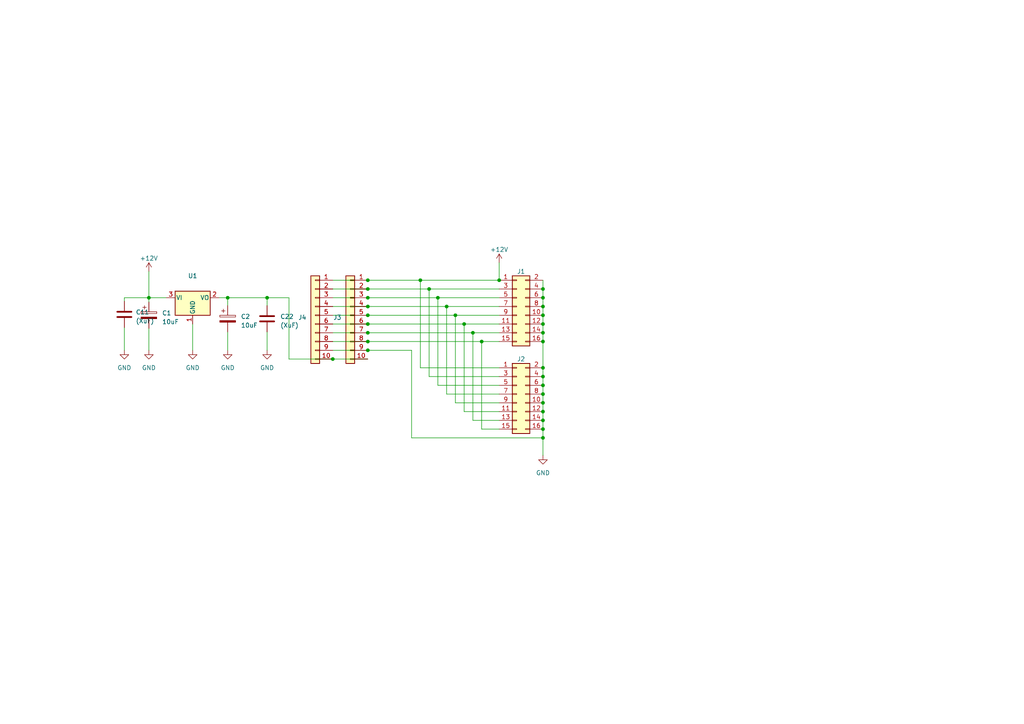
<source format=kicad_sch>
(kicad_sch (version 20220126) (generator eeschema)
  (paper "A4")
  (title_block (title "freeDSP aurora expansion port extender") (date "2021-04-07") (rev "1.0") (company "Carsten Witt (cw)") (comment 3 "freeDSP aurora expansion port extender (X102)"))
  (lib_symbols
    (symbol "Connector_Generic:Conn_01x10" (pin_names (offset 1.016) hide)
      (property "Reference" "J" (at 0 12.7 0))
      (property "Value" "Conn_01x10" (at 0 -15.24 0))
      (symbol "Conn_01x10_1_1"
        (rectangle (start -1.27 -12.573) (end 0 -12.827) (stroke (width 0.1524)))
        (rectangle (start -1.27 -10.033) (end 0 -10.287) (stroke (width 0.1524)))
        (rectangle (start -1.27 -7.493) (end 0 -7.747) (stroke (width 0.1524)))
        (rectangle (start -1.27 -4.953) (end 0 -5.207) (stroke (width 0.1524)))
        (rectangle (start -1.27 -2.413) (end 0 -2.667) (stroke (width 0.1524)))
        (rectangle (start -1.27 0.127) (end 0 -0.127) (stroke (width 0.1524)))
        (rectangle (start -1.27 2.667) (end 0 2.413) (stroke (width 0.1524)))
        (rectangle (start -1.27 5.207) (end 0 4.953) (stroke (width 0.1524)))
        (rectangle (start -1.27 7.747) (end 0 7.493) (stroke (width 0.1524)))
        (rectangle (start -1.27 10.287) (end 0 10.033) (stroke (width 0.1524)))
        (rectangle (start -1.27 11.43) (end 1.27 -13.97) (stroke (width 0.254)) (fill (type background)))
        (pin passive line (at -5.08 10.16 0) (length 3.81) (name "Pin_1") (number "1"))
        (pin passive line (at -5.08 -12.7 0) (length 3.81) (name "Pin_10") (number "10"))
        (pin passive line (at -5.08 7.62 0) (length 3.81) (name "Pin_2") (number "2"))
        (pin passive line (at -5.08 5.08 0) (length 3.81) (name "Pin_3") (number "3"))
        (pin passive line (at -5.08 2.54 0) (length 3.81) (name "Pin_4") (number "4"))
        (pin passive line (at -5.08 0 0) (length 3.81) (name "Pin_5") (number "5"))
        (pin passive line (at -5.08 -2.54 0) (length 3.81) (name "Pin_6") (number "6"))
        (pin passive line (at -5.08 -5.08 0) (length 3.81) (name "Pin_7") (number "7"))
        (pin passive line (at -5.08 -7.62 0) (length 3.81) (name "Pin_8") (number "8"))
        (pin passive line (at -5.08 -10.16 0) (length 3.81) (name "Pin_9") (number "9"))
      )
    )
    (symbol "Connector_Generic:Conn_02x08_Odd_Even" (pin_names (offset 1.016) hide)
      (property "Reference" "J" (at 1.27 10.16 0))
      (property "Value" "Conn_02x08_Odd_Even" (at 1.27 -12.7 0))
      (symbol "Conn_02x08_Odd_Even_1_1"
        (rectangle (start -1.27 -10.033) (end 0 -10.287) (stroke (width 0.1524)))
        (rectangle (start -1.27 -7.493) (end 0 -7.747) (stroke (width 0.1524)))
        (rectangle (start -1.27 -4.953) (end 0 -5.207) (stroke (width 0.1524)))
        (rectangle (start -1.27 -2.413) (end 0 -2.667) (stroke (width 0.1524)))
        (rectangle (start -1.27 0.127) (end 0 -0.127) (stroke (width 0.1524)))
        (rectangle (start -1.27 2.667) (end 0 2.413) (stroke (width 0.1524)))
        (rectangle (start -1.27 5.207) (end 0 4.953) (stroke (width 0.1524)))
        (rectangle (start -1.27 7.747) (end 0 7.493) (stroke (width 0.1524)))
        (rectangle (start -1.27 8.89) (end 3.81 -11.43) (stroke (width 0.254)) (fill (type background)))
        (rectangle (start 3.81 -10.033) (end 2.54 -10.287) (stroke (width 0.1524)))
        (rectangle (start 3.81 -7.493) (end 2.54 -7.747) (stroke (width 0.1524)))
        (rectangle (start 3.81 -4.953) (end 2.54 -5.207) (stroke (width 0.1524)))
        (rectangle (start 3.81 -2.413) (end 2.54 -2.667) (stroke (width 0.1524)))
        (rectangle (start 3.81 0.127) (end 2.54 -0.127) (stroke (width 0.1524)))
        (rectangle (start 3.81 2.667) (end 2.54 2.413) (stroke (width 0.1524)))
        (rectangle (start 3.81 5.207) (end 2.54 4.953) (stroke (width 0.1524)))
        (rectangle (start 3.81 7.747) (end 2.54 7.493) (stroke (width 0.1524)))
        (pin passive line (at -5.08 7.62 0) (length 3.81) (name "Pin_1") (number "1"))
        (pin passive line (at 7.62 -2.54 180) (length 3.81) (name "Pin_10") (number "10"))
        (pin passive line (at -5.08 -5.08 0) (length 3.81) (name "Pin_11") (number "11"))
        (pin passive line (at 7.62 -5.08 180) (length 3.81) (name "Pin_12") (number "12"))
        (pin passive line (at -5.08 -7.62 0) (length 3.81) (name "Pin_13") (number "13"))
        (pin passive line (at 7.62 -7.62 180) (length 3.81) (name "Pin_14") (number "14"))
        (pin passive line (at -5.08 -10.16 0) (length 3.81) (name "Pin_15") (number "15"))
        (pin passive line (at 7.62 -10.16 180) (length 3.81) (name "Pin_16") (number "16"))
        (pin passive line (at 7.62 7.62 180) (length 3.81) (name "Pin_2") (number "2"))
        (pin passive line (at -5.08 5.08 0) (length 3.81) (name "Pin_3") (number "3"))
        (pin passive line (at 7.62 5.08 180) (length 3.81) (name "Pin_4") (number "4"))
        (pin passive line (at -5.08 2.54 0) (length 3.81) (name "Pin_5") (number "5"))
        (pin passive line (at 7.62 2.54 180) (length 3.81) (name "Pin_6") (number "6"))
        (pin passive line (at -5.08 0 0) (length 3.81) (name "Pin_7") (number "7"))
        (pin passive line (at 7.62 0 180) (length 3.81) (name "Pin_8") (number "8"))
        (pin passive line (at -5.08 -2.54 0) (length 3.81) (name "Pin_9") (number "9"))
      )
    )
    (symbol "Device:C" (pin_numbers hide) (pin_names (offset 0.254))
      (property "Reference" "C" (at 0.635 2.54 0))
      (property "Value" "C" (at 0.635 -2.54 0))
      (symbol "C_0_1"
        (polyline (pts (xy -2.032 -0.762) (xy 2.032 -0.762)) (stroke (width 0.508)))
        (polyline (pts (xy -2.032 0.762) (xy 2.032 0.762)) (stroke (width 0.508)))
      )
      (symbol "C_1_1"
        (pin passive line (at 0 3.81 270) (length 2.794) (name "~") (number "1"))
        (pin passive line (at 0 -3.81 90) (length 2.794) (name "~") (number "2"))
      )
    )
    (symbol "Device:C_Polarized" (pin_numbers hide) (pin_names (offset 0.254))
      (property "Reference" "C" (at 0.635 2.54 0))
      (property "Value" "C_Polarized" (at 0.635 -2.54 0))
      (symbol "C_Polarized_0_1"
        (rectangle (start -2.286 0.508) (end 2.286 1.016))
        (polyline (pts (xy -1.778 2.286) (xy -0.762 2.286)))
        (polyline (pts (xy -1.27 2.794) (xy -1.27 1.778)))
        (rectangle (start 2.286 -0.508) (end -2.286 -1.016) (fill (type outline)))
      )
      (symbol "C_Polarized_1_1"
        (pin passive line (at 0 3.81 270) (length 2.794) (name "~") (number "1"))
        (pin passive line (at 0 -3.81 90) (length 2.794) (name "~") (number "2"))
      )
    )
    (symbol "Regulator_Linear:NCP1117-3.3_SOT223" (pin_names (offset 0.254))
      (property "Reference" "U" (at -3.81 3.175 0))
      (property "Value" "NCP1117-3.3_SOT223" (at 0 3.175 0))
      (symbol "NCP1117-3.3_SOT223_0_1"
        (rectangle (start -5.08 -5.08) (end 5.08 1.905) (stroke (width 0.254)) (fill (type background)))
      )
      (symbol "NCP1117-3.3_SOT223_1_1"
        (pin power_in line (at 0 -7.62 90) (length 2.54) (name "GND") (number "1"))
        (pin power_out line (at 7.62 0 180) (length 2.54) (name "VO") (number "2"))
        (pin power_in line (at -7.62 0 0) (length 2.54) (name "VI") (number "3"))
      )
    )
    (symbol "power:+12V" (power) (pin_names (offset 0))
      (property "Value" "+12V" (at 0 3.556 0))
      (symbol "+12V_0_1"
        (polyline (pts (xy -0.762 1.27) (xy 0 2.54)))
        (polyline (pts (xy 0 0) (xy 0 2.54)))
        (polyline (pts (xy 0 2.54) (xy 0.762 1.27)))
      )
      (symbol "+12V_1_1"
        (pin power_in line (at 0 0 90) (length 0) hide (name "+12V") (number "1"))
      )
    )
    (symbol "power:GND" (power) (pin_names (offset 0))
      (property "Value" "GND" (at 0 -3.81 0))
      (symbol "GND_0_1"
        (polyline (pts (xy 0 0) (xy 0 -1.27) (xy 1.27 -1.27) (xy 0 -2.54) (xy -1.27 -1.27) (xy 0 -1.27)))
      )
      (symbol "GND_1_1"
        (pin power_in line (at 0 0 270) (length 0) hide (name "GND") (number "1"))
      )
    )
  )
  (junction (at 127 86.36) (diameter 0.9144))
  (junction (at 157.48 124.46) (diameter 0.9144))
  (junction (at 157.48 116.84) (diameter 0.9144))
  (junction (at 96.52 104.14) (diameter 0.9144))
  (junction (at 124.46 83.82) (diameter 0.9144))
  (junction (at 106.68 91.44) (diameter 0.9144))
  (junction (at 157.48 111.76) (diameter 0.9144))
  (junction (at 157.48 83.82) (diameter 0.9144))
  (junction (at 106.68 101.6) (diameter 0.9144))
  (junction (at 157.48 127) (diameter 0.9144))
  (junction (at 132.08 91.44) (diameter 0.9144))
  (junction (at 106.68 96.52) (diameter 0.9144))
  (junction (at 157.48 99.06) (diameter 0.9144))
  (junction (at 106.68 83.82) (diameter 0.9144))
  (junction (at 157.48 96.52) (diameter 0.9144))
  (junction (at 106.68 81.28) (diameter 0.9144))
  (junction (at 157.48 91.44) (diameter 0.9144))
  (junction (at 157.48 86.36) (diameter 0.9144))
  (junction (at 43.18 86.36) (diameter 0.9144))
  (junction (at 157.48 121.92) (diameter 0.9144))
  (junction (at 106.68 99.06) (diameter 0.9144))
  (junction (at 106.68 93.98) (diameter 0.9144))
  (junction (at 157.48 106.68) (diameter 0.9144))
  (junction (at 144.78 81.28) (diameter 0.9144))
  (junction (at 129.54 88.9) (diameter 0.9144))
  (junction (at 106.68 86.36) (diameter 0.9144))
  (junction (at 157.48 93.98) (diameter 0.9144))
  (junction (at 139.7 99.06) (diameter 0.9144))
  (junction (at 157.48 109.22) (diameter 0.9144))
  (junction (at 106.68 88.9) (diameter 0.9144))
  (junction (at 77.47 86.36) (diameter 0.9144))
  (junction (at 121.92 81.28) (diameter 0.9144))
  (junction (at 134.62 93.98) (diameter 0.9144))
  (junction (at 157.48 119.38) (diameter 0.9144))
  (junction (at 157.48 114.3) (diameter 0.9144))
  (junction (at 66.04 86.36) (diameter 0.9144))
  (junction (at 137.16 96.52) (diameter 0.9144))
  (junction (at 157.48 88.9) (diameter 0.9144))
  (wire (pts (xy 36.068 94.996) (xy 36.068 101.6)))
  (wire (pts (xy 96.52 104.14) (xy 106.68 104.14)))
  (wire (pts (xy 157.48 111.76) (xy 157.48 114.3)))
  (wire (pts (xy 157.48 99.06) (xy 157.48 106.68)))
  (wire (pts (xy 157.48 83.82) (xy 157.48 86.36)))
  (wire (pts (xy 66.04 96.266) (xy 66.04 101.6)))
  (wire (pts (xy 106.68 86.36) (xy 127 86.36)))
  (wire (pts (xy 132.08 91.44) (xy 144.78 91.44)))
  (wire (pts (xy 132.08 116.84) (xy 132.08 91.44)))
  (wire (pts (xy 144.78 116.84) (xy 132.08 116.84)))
  (wire (pts (xy 66.04 86.36) (xy 66.04 88.646)))
  (wire (pts (xy 96.52 99.06) (xy 106.68 99.06)))
  (wire (pts (xy 63.5 86.36) (xy 66.04 86.36)))
  (wire (pts (xy 66.04 86.36) (xy 77.47 86.36)))
  (wire (pts (xy 77.47 86.36) (xy 83.82 86.36)))
  (wire (pts (xy 83.82 86.36) (xy 83.82 104.14)))
  (wire (pts (xy 83.82 104.14) (xy 96.52 104.14)))
  (wire (pts (xy 157.48 91.44) (xy 157.48 93.98)))
  (wire (pts (xy 127 86.36) (xy 144.78 86.36)))
  (wire (pts (xy 127 111.76) (xy 127 86.36)))
  (wire (pts (xy 144.78 111.76) (xy 127 111.76)))
  (wire (pts (xy 43.18 95.25) (xy 43.18 101.6)))
  (wire (pts (xy 124.46 83.82) (xy 144.78 83.82)))
  (wire (pts (xy 124.46 109.22) (xy 124.46 83.82)))
  (wire (pts (xy 144.78 109.22) (xy 124.46 109.22)))
  (wire (pts (xy 139.7 99.06) (xy 144.78 99.06)))
  (wire (pts (xy 139.7 124.46) (xy 139.7 99.06)))
  (wire (pts (xy 144.78 124.46) (xy 139.7 124.46)))
  (wire (pts (xy 96.52 93.98) (xy 106.68 93.98)))
  (wire (pts (xy 106.68 99.06) (xy 139.7 99.06)))
  (wire (pts (xy 157.48 81.28) (xy 157.48 83.82)))
  (wire (pts (xy 77.47 96.266) (xy 77.47 101.6)))
  (wire (pts (xy 96.52 91.44) (xy 106.68 91.44)))
  (wire (pts (xy 129.54 88.9) (xy 144.78 88.9)))
  (wire (pts (xy 129.54 114.3) (xy 129.54 88.9)))
  (wire (pts (xy 144.78 114.3) (xy 129.54 114.3)))
  (wire (pts (xy 157.48 96.52) (xy 157.48 99.06)))
  (wire (pts (xy 96.52 88.9) (xy 106.68 88.9)))
  (wire (pts (xy 106.68 91.44) (xy 132.08 91.44)))
  (wire (pts (xy 157.48 88.9) (xy 157.48 91.44)))
  (wire (pts (xy 119.38 101.6) (xy 119.38 127)))
  (wire (pts (xy 119.38 127) (xy 157.48 127)))
  (wire (pts (xy 55.88 93.98) (xy 55.88 101.6)))
  (wire (pts (xy 157.48 114.3) (xy 157.48 116.84)))
  (wire (pts (xy 157.48 124.46) (xy 157.48 127)))
  (wire (pts (xy 157.48 127) (xy 157.48 132.08)))
  (wire (pts (xy 106.68 93.98) (xy 134.62 93.98)))
  (wire (pts (xy 96.52 83.82) (xy 106.68 83.82)))
  (wire (pts (xy 157.48 119.38) (xy 157.48 121.92)))
  (wire (pts (xy 106.68 96.52) (xy 137.16 96.52)))
  (wire (pts (xy 96.52 81.28) (xy 106.68 81.28)))
  (wire (pts (xy 157.48 93.98) (xy 157.48 96.52)))
  (wire (pts (xy 121.92 81.28) (xy 144.78 81.28)))
  (wire (pts (xy 121.92 106.68) (xy 121.92 81.28)))
  (wire (pts (xy 144.78 106.68) (xy 121.92 106.68)))
  (wire (pts (xy 157.48 109.22) (xy 157.48 111.76)))
  (wire (pts (xy 157.48 86.36) (xy 157.48 88.9)))
  (wire (pts (xy 96.52 101.6) (xy 106.68 101.6)))
  (wire (pts (xy 157.48 106.68) (xy 157.48 109.22)))
  (wire (pts (xy 157.48 121.92) (xy 157.48 124.46)))
  (wire (pts (xy 157.48 116.84) (xy 157.48 119.38)))
  (wire (pts (xy 106.68 101.6) (xy 119.38 101.6)))
  (wire (pts (xy 96.52 86.36) (xy 106.68 86.36)))
  (wire (pts (xy 106.68 81.28) (xy 121.92 81.28)))
  (wire (pts (xy 36.068 86.36) (xy 43.18 86.36)))
  (wire (pts (xy 36.068 87.376) (xy 36.068 86.36)))
  (wire (pts (xy 134.62 93.98) (xy 144.78 93.98)))
  (wire (pts (xy 134.62 119.38) (xy 134.62 93.98)))
  (wire (pts (xy 144.78 119.38) (xy 134.62 119.38)))
  (wire (pts (xy 43.18 86.36) (xy 43.18 87.63)))
  (wire (pts (xy 106.68 88.9) (xy 129.54 88.9)))
  (wire (pts (xy 43.18 78.74) (xy 43.18 86.36)))
  (wire (pts (xy 43.18 86.36) (xy 48.26 86.36)))
  (wire (pts (xy 144.78 76.2) (xy 144.78 81.28)))
  (wire (pts (xy 137.16 96.52) (xy 144.78 96.52)))
  (wire (pts (xy 137.16 121.92) (xy 137.16 96.52)))
  (wire (pts (xy 144.78 121.92) (xy 137.16 121.92)))
  (wire (pts (xy 77.47 86.36) (xy 77.47 88.646)))
  (wire (pts (xy 106.68 83.82) (xy 124.46 83.82)))
  (wire (pts (xy 96.52 96.52) (xy 106.68 96.52)))
  (symbol (lib_id "Device:C") (at 36.068 91.186 0) (unit 1)
    (property "Reference" "C11" (at 39.37 90.5509 0) (effects (justify left)))
    (property "Value" "(XuF)" (at 39.37 93.0909 0) (effects (justify left)))
  )
  (symbol (lib_id "power:GND") (at 157.48 132.08 0) (unit 1)
    (property "Reference" "#PWR0102" (effects hide))
    (property "Value" "GND" (at 157.48 137.16 0))
  )
  (symbol (lib_id "Device:C") (at 77.47 92.456 0) (unit 1)
    (property "Reference" "C22" (at 81.28 91.821 0) (effects (justify left)))
    (property "Value" "(XuF)" (at 81.28 94.361 0) (effects (justify left)))
  )
  (symbol (lib_id "Regulator_Linear:NCP1117-3.3_SOT223") (at 55.88 86.36 0) (unit 1)
    (property "Reference" "U1" (at 55.88 80.01 0))
    (property "Value" "NCP1117-3.3_SOT223" (effects hide))
    (property "Footprint" "Package_TO_SOT_SMD:SOT-223-3_TabPin2" (effects hide))
    (property "Datasheet" "http://www.onsemi.com/pub_link/Collateral/NCP1117-D.PDF" (effects hide))
  )
  (symbol (lib_id "Connector_Generic:Conn_01x10") (at 91.44 91.44 0) (mirror y) (unit 1)
    (property "Reference" "J4" (at 88.9 92.0749 0) (effects (justify left)))
    (property "Value" "Conn_01x10" (effects hide))
  )
  (symbol (lib_id "power:GND") (at 77.47 101.6 0) (unit 1)
    (property "Reference" "#PWR0103" (effects hide))
    (property "Value" "GND" (at 77.47 106.68 0))
  )
  (symbol (lib_id "Connector_Generic:Conn_02x08_Odd_Even") (at 149.86 114.3 0) (unit 1)
    (property "Reference" "J2" (at 151.13 104.14 0))
    (property "Value" "Conn_02x08_Odd_Even" (effects hide))
    (property "Footprint" "Connector_PinSocket_2.54mm:PinSocket_1x08_P2.54mm_Vertical" (effects hide))
  )
  (symbol (lib_id "Device:C_Polarized") (at 66.04 92.456 0) (unit 1)
    (property "Reference" "C2" (at 69.85 91.8209 0) (effects (justify left)))
    (property "Value" "10uF" (at 69.85 94.3609 0) (effects (justify left)))
  )
  (symbol (lib_id "power:+12V") (at 144.78 76.2 0) (unit 1)
    (property "Reference" "#PWR0101" (effects hide))
    (property "Value" "+12V" (at 144.78 72.39 0))
  )
  (symbol (lib_id "Connector_Generic:Conn_02x08_Odd_Even") (at 149.86 88.9 0) (unit 1)
    (property "Reference" "J1" (at 151.13 78.74 0))
    (property "Value" "Conn_02x08_Odd_Even" (effects hide))
    (property "Footprint" "Connector_PinHeader_2.54mm:PinHeader_2x08_P2.54mm_Vertical" (effects hide))
  )
  (symbol (lib_id "power:GND") (at 55.88 101.6 0) (unit 1)
    (property "Reference" "#PWR0104" (effects hide))
    (property "Value" "GND" (at 55.88 106.68 0))
  )
  (symbol (lib_id "power:GND") (at 36.068 101.6 0) (unit 1)
    (property "Reference" "#PWR0107" (effects hide))
    (property "Value" "GND" (at 36.068 106.68 0))
  )
  (symbol (lib_id "power:GND") (at 66.04 101.6 0) (unit 1)
    (property "Reference" "#PWR0105" (effects hide))
    (property "Value" "GND" (at 66.04 106.68 0))
  )
  (symbol (lib_id "power:GND") (at 43.18 101.6 0) (unit 1)
    (property "Reference" "#PWR0108" (effects hide))
    (property "Value" "GND" (at 43.18 106.68 0))
  )
  (symbol (lib_id "Device:C_Polarized") (at 43.18 91.44 0) (unit 1)
    (property "Reference" "C1" (at 46.99 90.8049 0) (effects (justify left)))
    (property "Value" "10uF" (at 46.99 93.3449 0) (effects (justify left)))
  )
  (symbol (lib_id "power:+12V") (at 43.18 78.74 0) (unit 1)
    (property "Reference" "#PWR0106" (effects hide))
    (property "Value" "+12V" (at 43.18 74.93 0))
  )
  (symbol (lib_id "Connector_Generic:Conn_01x10") (at 101.6 91.44 0) (mirror y) (unit 1)
    (property "Reference" "J3" (at 99.06 92.0749 0) (effects (justify left)))
    (property "Value" "Conn_01x10" (effects hide))
  )
)
</source>
